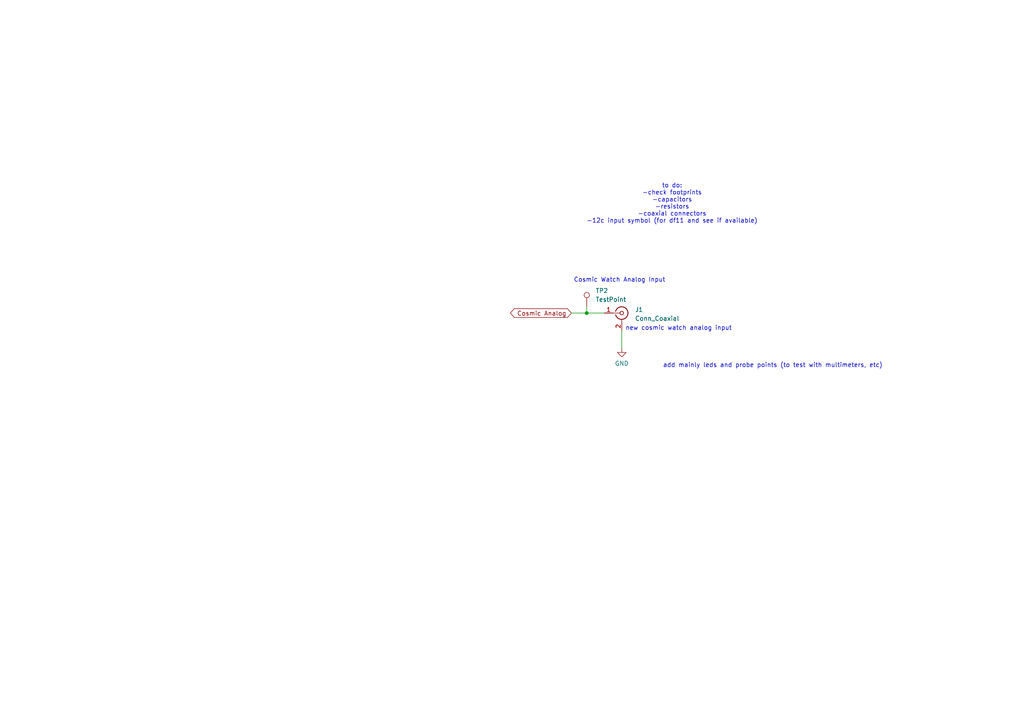
<source format=kicad_sch>
(kicad_sch (version 20250114) (generator "eeschema") (generator_version "9.0")
  (paper "A4")
  (lib_symbols
    (symbol "Connector:Conn_Coaxial" (pin_names (offset 1.016) (hide yes))
      (property "Reference" "J" (at 0.254 3.048 0))
      (property "Value" "Conn_Coaxial" (at 2.921 0 90))
      (symbol "Conn_Coaxial_0_1"
        (polyline (pts (xy -2.54 0) (xy -0.508 0)))
        (arc (start 1.778 0) (mid 0.222 -1.8079) (end -1.778 -0.508) (stroke (width 0.254)))
        (arc (start -1.778 0.508) (mid 0.2221 1.8084) (end 1.778 0) (stroke (width 0.254)))
        (circle (center 0 0) (radius 0.508) (stroke (width 0.2032)))
        (polyline (pts (xy 0 -2.54) (xy 0 -1.778)))
      )
      (symbol "Conn_Coaxial_1_1"
        (pin passive line (at -5.08 0 0) (length 2.54) (name "In") (number "1"))
        (pin passive line (at 0 -5.08 90) (length 2.54) (name "Ext") (number "2"))
      )
    )
    (symbol "Connector:TestPoint" (pin_numbers (hide yes)) (pin_names (offset 0.762) (hide yes))
      (property "Reference" "TP" (at 0 6.858 0))
      (property "Value" "TestPoint" (at 0 5.08 0))
      (symbol "TestPoint_0_1"
        (circle (center 0 3.302) (radius 0.762))
      )
      (symbol "TestPoint_1_1"
        (pin passive line (at 0 0 90) (length 2.54) (name "1") (number "1"))
      )
    )
    (symbol "power:GND" (power) (pin_numbers (hide yes)) (pin_names (offset 0) (hide yes))
      (property "Value" "GND" (at 0 -3.81 0))
      (symbol "GND_0_1"
        (polyline (pts (xy 0 0) (xy 0 -1.27) (xy 1.27 -1.27) (xy 0 -2.54) (xy -1.27 -1.27) (xy 0 -1.27)))
      )
      (symbol "GND_1_1"
        (pin power_in line (at 0 0 270) (length 0) (name "~") (number "1"))
      )
    )
  )
  (text "add mainly leds and probe points (to test with multimeters, etc)" (at 224.155 106.045 0) (effects (font (size 1.27 1.27))))
  (text "Cosmic Watch Analog Input" (at 179.705 81.28 0) (effects (font (size 1.27 1.27))))
  (text "to do:\n-check footprints\n-capacitors\n-resistors\n-coaxial connectors\n-12c input symbol (for df11 and see if available)" (at 194.945 59.055 0) (effects (font (size 1.27 1.27))))
  (text "new cosmic watch analog input" (at 196.85 95.25 0) (effects (font (size 1.27 1.27))))
  (junction (at 170.18 90.805))
  (wire (pts (xy 170.18 88.9) (xy 170.18 90.805)))
  (wire (pts (xy 180.34 95.885) (xy 180.34 100.965)))
  (wire (pts (xy 165.735 90.805) (xy 170.18 90.805)))
  (wire (pts (xy 170.18 90.805) (xy 175.26 90.805)))
  (global_label "Cosmic Analog" (shape bidirectional) (at 165.735 90.805 180) (property "Intersheetrefs" "${INTERSHEET_REFS}" (effects (hide yes))))
  (symbol (lib_id "power:GND") (at 180.34 100.965 0) (unit 1)
    (property "Reference" "#PWR018" (effects (hide yes)))
    (property "Value" "GND" (at 180.34 105.41 0))
    (property "Description" "Power symbol creates a global label with name \"GND\" , ground" (effects (hide yes)))
  )
  (symbol (lib_id "Connector:Conn_Coaxial") (at 180.34 90.805 0) (unit 1)
    (property "Reference" "J1" (at 184.15 89.8281 0) (effects (justify left)))
    (property "Value" "Conn_Coaxial" (at 184.15 92.3681 0) (effects (justify left)))
    (property "Footprint" "Connector_Coaxial:MMCX_Molex_73415-1471_Vertical" (effects (hide yes)))
    (property "Description" "coaxial connector (BNC, SMA, SMB, SMC, Cinch/RCA, LEMO, ...)" (effects (hide yes)))
  )
  (symbol (lib_id "Connector:TestPoint") (at 170.18 88.9 0) (unit 1)
    (property "Reference" "TP2" (at 172.72 84.3279 0) (effects (justify left)))
    (property "Value" "TestPoint" (at 172.72 86.8679 0) (effects (justify left)))
    (property "Footprint" "1my_footprints:TestPoint_Loop_D1.80mm_Drill1.0mm_Beaded" (effects (hide yes)))
    (property "Description" "test point" (effects (hide yes)))
  )
)
</source>
